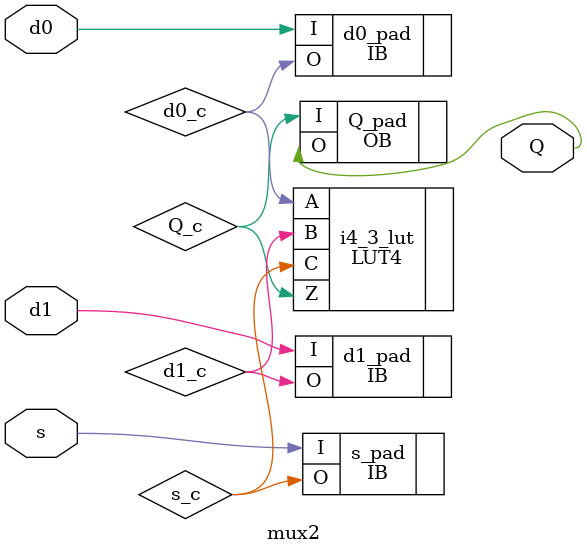
<source format=v>

module mux2 (d0, d1, s, Q) /* synthesis syn_module_defined=1 */ ;   // z:/windows.documents/desktop/ece272lab5/digital_analog.v(113[8:12])
    input d0;   // z:/windows.documents/desktop/ece272lab5/digital_analog.v(113[20:22])
    input d1;   // z:/windows.documents/desktop/ece272lab5/digital_analog.v(113[24:26])
    input s;   // z:/windows.documents/desktop/ece272lab5/digital_analog.v(114[11:12])
    output Q;   // z:/windows.documents/desktop/ece272lab5/digital_analog.v(115[12:13])
    
    wire d0_c;   // z:/windows.documents/desktop/ece272lab5/digital_analog.v(113[20:22])
    wire d1_c;   // z:/windows.documents/desktop/ece272lab5/digital_analog.v(113[24:26])
    wire s_c;   // z:/windows.documents/desktop/ece272lab5/digital_analog.v(114[11:12])
    wire Q_c;   // z:/windows.documents/desktop/ece272lab5/digital_analog.v(115[12:13])
    
    wire VCC_net;
    
    VHI i18 (.Z(VCC_net));
    OB Q_pad (.I(Q_c), .O(Q));
    IB d0_pad (.I(d0), .O(d0_c));
    IB d1_pad (.I(d1), .O(d1_c));
    IB s_pad (.I(s), .O(s_c));
    GSR GSR_INST (.GSR(VCC_net));
    LUT4 i4_3_lut (.A(d0_c), .B(d1_c), .C(s_c), .Z(Q_c)) /* synthesis lut_function=(A (B+!(C))+!A (B (C))) */ ;
    defparam i4_3_lut.init = 16'hcaca;
    PUR PUR_INST (.PUR(VCC_net));
    defparam PUR_INST.RST_PULSE = 1;
    
endmodule
//
// Verilog Description of module PUR
// module not written out since it is a black-box. 
//


</source>
